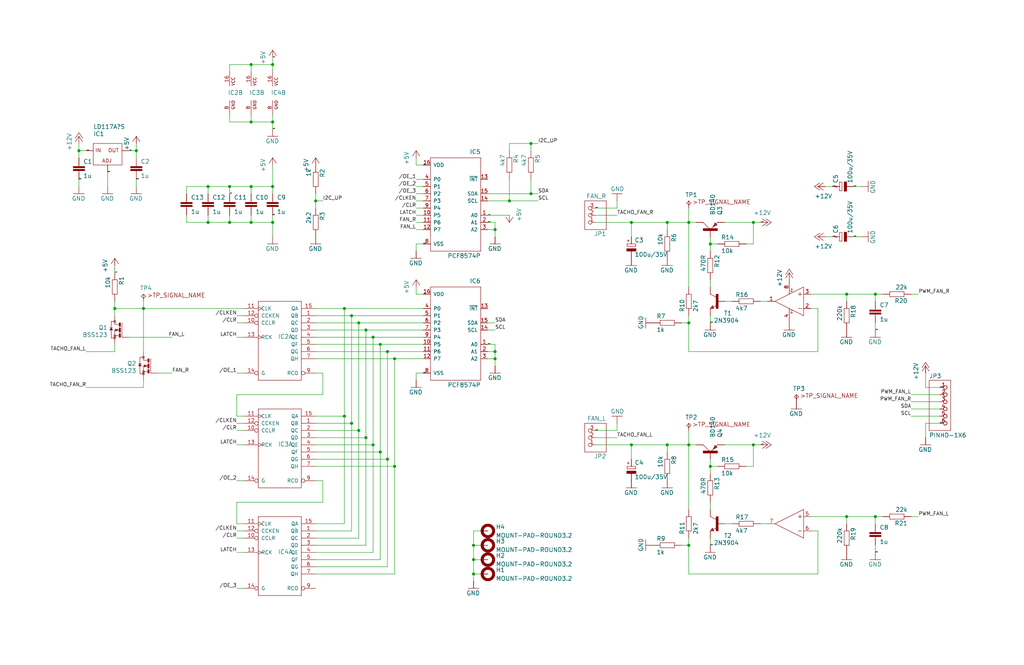
<source format=kicad_sch>
(kicad_sch (version 20230121) (generator eeschema)
  (paper "User" 362.534 235.331)
  (junction (at 129.54 154.94))
  (junction (at 73.66 78.74))
  (junction (at 88.9 43.18))
  (junction (at 299.72 182.88))
  (junction (at 129.54 116.84))
  (junction (at 175.26 124.46))
  (junction (at 40.64 109.22))
  (junction (at 251.46 86.36))
  (junction (at 187.96 68.58))
  (junction (at 243.84 78.74))
  (junction (at 137.16 124.46))
  (junction (at 132.08 157.48))
  (junction (at 243.84 114.3))
  (junction (at 251.46 165.1))
  (junction (at 167.64 198.12))
  (junction (at 299.72 104.14))
  (junction (at 27.94 53.34))
  (junction (at 139.7 165.1))
  (junction (at 96.52 43.18))
  (junction (at 266.7 78.74))
  (junction (at 132.08 119.38))
  (junction (at 96.52 78.74))
  (junction (at 167.64 203.2))
  (junction (at 50.8 109.22))
  (junction (at 236.22 78.74))
  (junction (at 175.26 81.28))
  (junction (at 111.76 71.12))
  (junction (at 243.84 157.48))
  (junction (at 124.46 111.76))
  (junction (at 309.88 104.14))
  (junction (at 243.84 193.04))
  (junction (at 88.9 66.04))
  (junction (at 139.7 127))
  (junction (at 175.26 127))
  (junction (at 96.52 22.86))
  (junction (at 48.26 53.34))
  (junction (at 121.92 109.22))
  (junction (at 88.9 78.74))
  (junction (at 266.7 157.48))
  (junction (at 127 114.3))
  (junction (at 73.66 66.04))
  (junction (at 88.9 22.86))
  (junction (at 134.62 121.92))
  (junction (at 223.52 78.74))
  (junction (at 167.64 193.04))
  (junction (at 309.88 182.88))
  (junction (at 96.52 66.04))
  (junction (at 137.16 162.56))
  (junction (at 127 152.4))
  (junction (at 124.46 149.86))
  (junction (at 187.96 50.8))
  (junction (at 121.92 147.32))
  (junction (at 134.62 160.02))
  (junction (at 180.34 71.12))
  (junction (at 236.22 157.48))
  (junction (at 81.28 78.74))
  (junction (at 81.28 66.04))
  (junction (at 223.52 157.48))
  (wire (pts (xy 236.22 157.48) (xy 223.52 157.48)))
  (wire (pts (xy 170.18 198.12) (xy 167.64 198.12)))
  (wire (pts (xy 251.46 114.3) (xy 251.46 111.76)))
  (wire (pts (xy 81.28 22.86) (xy 81.28 25.4)))
  (wire (pts (xy 322.58 104.14) (xy 325.12 104.14)))
  (wire (pts (xy 287.02 187.96) (xy 289.56 187.96)))
  (wire (pts (xy 111.76 200.66) (xy 137.16 200.66)))
  (wire (pts (xy 327.66 149.86) (xy 327.66 154.94)))
  (wire (pts (xy 149.86 81.28) (xy 147.32 81.28)))
  (wire (pts (xy 332.74 139.7) (xy 322.58 139.7)))
  (wire (pts (xy 111.76 154.94) (xy 129.54 154.94)))
  (wire (pts (xy 96.52 66.04) (xy 96.52 68.58)))
  (wire (pts (xy 139.7 127) (xy 149.86 127)))
  (wire (pts (xy 218.44 152.4) (xy 218.44 149.86)))
  (wire (pts (xy 187.96 63.5) (xy 187.96 68.58)))
  (wire (pts (xy 88.9 68.58) (xy 88.9 66.04)))
  (wire (pts (xy 251.46 167.64) (xy 251.46 165.1)))
  (wire (pts (xy 27.94 63.5) (xy 27.94 66.04)))
  (wire (pts (xy 50.8 109.22) (xy 50.8 124.46)))
  (wire (pts (xy 132.08 157.48) (xy 132.08 119.38)))
  (wire (pts (xy 114.3 139.7) (xy 114.3 132.08)))
  (wire (pts (xy 111.76 121.92) (xy 134.62 121.92)))
  (wire (pts (xy 114.3 132.08) (xy 111.76 132.08)))
  (wire (pts (xy 180.34 50.8) (xy 187.96 50.8)))
  (wire (pts (xy 149.86 63.5) (xy 147.32 63.5)))
  (wire (pts (xy 134.62 198.12) (xy 134.62 160.02)))
  (wire (pts (xy 264.16 165.1) (xy 266.7 165.1)))
  (wire (pts (xy 111.76 170.18) (xy 114.3 170.18)))
  (wire (pts (xy 111.76 198.12) (xy 134.62 198.12)))
  (wire (pts (xy 259.08 185.42) (xy 256.54 185.42)))
  (wire (pts (xy 66.04 66.04) (xy 66.04 68.58)))
  (wire (pts (xy 149.86 68.58) (xy 147.32 68.58)))
  (wire (pts (xy 111.76 162.56) (xy 137.16 162.56)))
  (wire (pts (xy 236.22 78.74) (xy 223.52 78.74)))
  (wire (pts (xy 332.74 137.16) (xy 327.66 137.16)))
  (wire (pts (xy 30.48 137.16) (xy 50.8 137.16)))
  (wire (pts (xy 243.84 157.48) (xy 236.22 157.48)))
  (wire (pts (xy 149.86 124.46) (xy 137.16 124.46)))
  (wire (pts (xy 254 86.36) (xy 251.46 86.36)))
  (wire (pts (xy 127 152.4) (xy 127 114.3)))
  (wire (pts (xy 111.76 68.58) (xy 111.76 71.12)))
  (wire (pts (xy 223.52 157.48) (xy 223.52 162.56)))
  (wire (pts (xy 27.94 53.34) (xy 27.94 50.8)))
  (wire (pts (xy 236.22 81.28) (xy 236.22 78.74)))
  (wire (pts (xy 322.58 182.88) (xy 325.12 182.88)))
  (wire (pts (xy 269.24 157.48) (xy 266.7 157.48)))
  (wire (pts (xy 121.92 185.42) (xy 121.92 147.32)))
  (wire (pts (xy 332.74 142.24) (xy 322.58 142.24)))
  (wire (pts (xy 81.28 66.04) (xy 88.9 66.04)))
  (wire (pts (xy 38.1 60.96) (xy 38.1 66.04)))
  (wire (pts (xy 111.76 160.02) (xy 134.62 160.02)))
  (wire (pts (xy 88.9 22.86) (xy 81.28 22.86)))
  (wire (pts (xy 121.92 147.32) (xy 121.92 109.22)))
  (wire (pts (xy 170.18 187.96) (xy 167.64 187.96)))
  (wire (pts (xy 127 190.5) (xy 127 152.4)))
  (wire (pts (xy 149.86 66.04) (xy 147.32 66.04)))
  (wire (pts (xy 111.76 187.96) (xy 124.46 187.96)))
  (wire (pts (xy 309.88 182.88) (xy 312.42 182.88)))
  (wire (pts (xy 86.36 119.38) (xy 83.82 119.38)))
  (wire (pts (xy 167.64 193.04) (xy 170.18 193.04)))
  (wire (pts (xy 243.84 193.04) (xy 243.84 190.5)))
  (wire (pts (xy 241.3 114.3) (xy 243.84 114.3)))
  (wire (pts (xy 96.52 78.74) (xy 96.52 83.82)))
  (wire (pts (xy 88.9 43.18) (xy 81.28 43.18)))
  (wire (pts (xy 114.3 170.18) (xy 114.3 177.8)))
  (wire (pts (xy 88.9 43.18) (xy 88.9 40.64)))
  (wire (pts (xy 302.26 66.04) (xy 304.8 66.04)))
  (wire (pts (xy 172.72 71.12) (xy 180.34 71.12)))
  (wire (pts (xy 81.28 78.74) (xy 81.28 76.2)))
  (wire (pts (xy 167.64 203.2) (xy 167.64 198.12)))
  (wire (pts (xy 269.24 185.42) (xy 271.78 185.42)))
  (wire (pts (xy 88.9 66.04) (xy 96.52 66.04)))
  (wire (pts (xy 246.38 78.74) (xy 243.84 78.74)))
  (wire (pts (xy 243.84 101.6) (xy 243.84 78.74)))
  (wire (pts (xy 243.84 180.34) (xy 243.84 157.48)))
  (wire (pts (xy 83.82 177.8) (xy 83.82 185.42)))
  (wire (pts (xy 139.7 165.1) (xy 139.7 203.2)))
  (wire (pts (xy 96.52 20.32) (xy 96.52 22.86)))
  (wire (pts (xy 147.32 58.42) (xy 147.32 55.88)))
  (wire (pts (xy 83.82 139.7) (xy 114.3 139.7)))
  (wire (pts (xy 299.72 182.88) (xy 287.02 182.88)))
  (wire (pts (xy 111.76 152.4) (xy 127 152.4)))
  (wire (pts (xy 111.76 149.86) (xy 124.46 149.86)))
  (wire (pts (xy 66.04 78.74) (xy 66.04 76.2)))
  (wire (pts (xy 172.72 121.92) (xy 175.26 121.92)))
  (wire (pts (xy 83.82 147.32) (xy 83.82 139.7)))
  (wire (pts (xy 266.7 86.36) (xy 266.7 78.74)))
  (wire (pts (xy 88.9 78.74) (xy 88.9 76.2)))
  (wire (pts (xy 149.86 71.12) (xy 147.32 71.12)))
  (wire (pts (xy 111.76 185.42) (xy 121.92 185.42)))
  (wire (pts (xy 129.54 116.84) (xy 129.54 154.94)))
  (wire (pts (xy 175.26 78.74) (xy 175.26 81.28)))
  (wire (pts (xy 96.52 43.18) (xy 96.52 40.64)))
  (wire (pts (xy 210.82 73.66) (xy 218.44 73.66)))
  (wire (pts (xy 289.56 109.22) (xy 289.56 124.46)))
  (wire (pts (xy 327.66 137.16) (xy 327.66 132.08)))
  (wire (pts (xy 86.36 152.4) (xy 83.82 152.4)))
  (wire (pts (xy 309.88 195.58) (xy 309.88 193.04)))
  (wire (pts (xy 96.52 76.2) (xy 96.52 78.74)))
  (wire (pts (xy 180.34 71.12) (xy 190.5 71.12)))
  (wire (pts (xy 223.52 78.74) (xy 223.52 83.82)))
  (wire (pts (xy 55.88 132.08) (xy 60.96 132.08)))
  (wire (pts (xy 218.44 73.66) (xy 218.44 71.12)))
  (wire (pts (xy 287.02 109.22) (xy 289.56 109.22)))
  (wire (pts (xy 147.32 86.36) (xy 147.32 88.9)))
  (wire (pts (xy 175.26 81.28) (xy 175.26 83.82)))
  (wire (pts (xy 121.92 109.22) (xy 149.86 109.22)))
  (wire (pts (xy 187.96 50.8) (xy 190.5 50.8)))
  (wire (pts (xy 332.74 149.86) (xy 327.66 149.86)))
  (wire (pts (xy 129.54 116.84) (xy 149.86 116.84)))
  (wire (pts (xy 243.84 124.46) (xy 243.84 114.3)))
  (wire (pts (xy 332.74 147.32) (xy 322.58 147.32)))
  (wire (pts (xy 243.84 78.74) (xy 236.22 78.74)))
  (wire (pts (xy 147.32 104.14) (xy 147.32 101.6)))
  (wire (pts (xy 251.46 101.6) (xy 251.46 99.06)))
  (wire (pts (xy 73.66 66.04) (xy 66.04 66.04)))
  (wire (pts (xy 96.52 78.74) (xy 88.9 78.74)))
  (wire (pts (xy 83.82 185.42) (xy 86.36 185.42)))
  (wire (pts (xy 172.72 81.28) (xy 175.26 81.28)))
  (wire (pts (xy 48.26 53.34) (xy 48.26 50.8)))
  (wire (pts (xy 236.22 160.02) (xy 236.22 157.48)))
  (wire (pts (xy 73.66 68.58) (xy 73.66 66.04)))
  (wire (pts (xy 111.76 165.1) (xy 139.7 165.1)))
  (wire (pts (xy 86.36 114.3) (xy 83.82 114.3)))
  (wire (pts (xy 172.72 116.84) (xy 175.26 116.84)))
  (wire (pts (xy 302.26 83.82) (xy 304.8 83.82)))
  (wire (pts (xy 86.36 149.86) (xy 83.82 149.86)))
  (wire (pts (xy 149.86 114.3) (xy 127 114.3)))
  (wire (pts (xy 40.64 96.52) (xy 40.64 93.98)))
  (wire (pts (xy 299.72 185.42) (xy 299.72 182.88)))
  (wire (pts (xy 111.76 71.12) (xy 111.76 73.66)))
  (wire (pts (xy 266.7 157.48) (xy 256.54 157.48)))
  (wire (pts (xy 167.64 205.74) (xy 167.64 203.2)))
  (wire (pts (xy 294.64 83.82) (xy 292.1 83.82)))
  (wire (pts (xy 243.84 73.66) (xy 243.84 78.74)))
  (wire (pts (xy 124.46 187.96) (xy 124.46 149.86)))
  (wire (pts (xy 137.16 162.56) (xy 137.16 124.46)))
  (wire (pts (xy 175.26 127) (xy 175.26 129.54)))
  (wire (pts (xy 111.76 71.12) (xy 114.3 71.12)))
  (wire (pts (xy 73.66 78.74) (xy 66.04 78.74)))
  (wire (pts (xy 149.86 76.2) (xy 147.32 76.2)))
  (wire (pts (xy 251.46 165.1) (xy 251.46 162.56)))
  (wire (pts (xy 175.26 121.92) (xy 175.26 124.46)))
  (wire (pts (xy 243.84 193.04) (xy 241.3 193.04)))
  (wire (pts (xy 86.36 147.32) (xy 83.82 147.32)))
  (wire (pts (xy 210.82 76.2) (xy 218.44 76.2)))
  (wire (pts (xy 309.88 116.84) (xy 309.88 114.3)))
  (wire (pts (xy 86.36 170.18) (xy 83.82 170.18)))
  (wire (pts (xy 88.9 22.86) (xy 88.9 25.4)))
  (wire (pts (xy 175.26 124.46) (xy 175.26 127)))
  (wire (pts (xy 50.8 109.22) (xy 86.36 109.22)))
  (wire (pts (xy 309.88 104.14) (xy 309.88 106.68)))
  (wire (pts (xy 299.72 104.14) (xy 309.88 104.14)))
  (wire (pts (xy 40.64 124.46) (xy 40.64 121.92)))
  (wire (pts (xy 167.64 198.12) (xy 167.64 193.04)))
  (wire (pts (xy 48.26 55.88) (xy 48.26 53.34)))
  (wire (pts (xy 132.08 119.38) (xy 111.76 119.38)))
  (wire (pts (xy 111.76 147.32) (xy 121.92 147.32)))
  (wire (pts (xy 86.36 111.76) (xy 83.82 111.76)))
  (wire (pts (xy 309.88 104.14) (xy 312.42 104.14)))
  (wire (pts (xy 27.94 55.88) (xy 27.94 53.34)))
  (wire (pts (xy 332.74 144.78) (xy 322.58 144.78)))
  (wire (pts (xy 96.52 22.86) (xy 88.9 22.86)))
  (wire (pts (xy 243.84 111.76) (xy 243.84 114.3)))
  (wire (pts (xy 111.76 193.04) (xy 129.54 193.04)))
  (wire (pts (xy 48.26 63.5) (xy 48.26 66.04)))
  (wire (pts (xy 86.36 195.58) (xy 83.82 195.58)))
  (wire (pts (xy 266.7 165.1) (xy 266.7 157.48)))
  (wire (pts (xy 86.36 187.96) (xy 83.82 187.96)))
  (wire (pts (xy 137.16 124.46) (xy 111.76 124.46)))
  (wire (pts (xy 269.24 106.68) (xy 271.78 106.68)))
  (wire (pts (xy 289.56 203.2) (xy 243.84 203.2)))
  (wire (pts (xy 170.18 203.2) (xy 167.64 203.2)))
  (wire (pts (xy 251.46 86.36) (xy 251.46 83.82)))
  (wire (pts (xy 111.76 157.48) (xy 132.08 157.48)))
  (wire (pts (xy 299.72 106.68) (xy 299.72 104.14)))
  (wire (pts (xy 132.08 195.58) (xy 132.08 157.48)))
  (wire (pts (xy 269.24 78.74) (xy 266.7 78.74)))
  (wire (pts (xy 259.08 106.68) (xy 256.54 106.68)))
  (wire (pts (xy 172.72 114.3) (xy 175.26 114.3)))
  (wire (pts (xy 111.76 116.84) (xy 129.54 116.84)))
  (wire (pts (xy 223.52 157.48) (xy 210.82 157.48)))
  (wire (pts (xy 149.86 58.42) (xy 147.32 58.42)))
  (wire (pts (xy 88.9 78.74) (xy 81.28 78.74)))
  (wire (pts (xy 86.36 157.48) (xy 83.82 157.48)))
  (wire (pts (xy 124.46 149.86) (xy 124.46 111.76)))
  (wire (pts (xy 81.28 78.74) (xy 73.66 78.74)))
  (wire (pts (xy 172.72 68.58) (xy 187.96 68.58)))
  (wire (pts (xy 81.28 66.04) (xy 73.66 66.04)))
  (wire (pts (xy 124.46 111.76) (xy 149.86 111.76)))
  (wire (pts (xy 147.32 132.08) (xy 147.32 134.62)))
  (wire (pts (xy 289.56 187.96) (xy 289.56 203.2)))
  (wire (pts (xy 134.62 121.92) (xy 134.62 160.02)))
  (wire (pts (xy 96.52 58.42) (xy 96.52 66.04)))
  (wire (pts (xy 45.72 53.34) (xy 48.26 53.34)))
  (wire (pts (xy 243.84 152.4) (xy 243.84 157.48)))
  (wire (pts (xy 114.3 177.8) (xy 83.82 177.8)))
  (wire (pts (xy 139.7 203.2) (xy 111.76 203.2)))
  (wire (pts (xy 167.64 187.96) (xy 167.64 193.04)))
  (wire (pts (xy 86.36 190.5) (xy 83.82 190.5)))
  (wire (pts (xy 30.48 53.34) (xy 27.94 53.34)))
  (wire (pts (xy 264.16 86.36) (xy 266.7 86.36)))
  (wire (pts (xy 149.86 73.66) (xy 147.32 73.66)))
  (wire (pts (xy 172.72 76.2) (xy 180.34 76.2)))
  (wire (pts (xy 45.72 119.38) (xy 60.96 119.38)))
  (wire (pts (xy 251.46 193.04) (xy 251.46 190.5)))
  (wire (pts (xy 137.16 200.66) (xy 137.16 162.56)))
  (wire (pts (xy 172.72 124.46) (xy 175.26 124.46)))
  (wire (pts (xy 111.76 195.58) (xy 132.08 195.58)))
  (wire (pts (xy 309.88 182.88) (xy 299.72 182.88)))
  (wire (pts (xy 309.88 182.88) (xy 309.88 185.42)))
  (wire (pts (xy 73.66 78.74) (xy 73.66 76.2)))
  (wire (pts (xy 40.64 106.68) (xy 40.64 109.22)))
  (wire (pts (xy 81.28 68.58) (xy 81.28 66.04)))
  (wire (pts (xy 96.52 45.72) (xy 96.52 43.18)))
  (wire (pts (xy 127 114.3) (xy 111.76 114.3)))
  (wire (pts (xy 294.64 66.04) (xy 292.1 66.04)))
  (wire (pts (xy 139.7 127) (xy 139.7 165.1)))
  (wire (pts (xy 96.52 43.18) (xy 88.9 43.18)))
  (wire (pts (xy 149.86 104.14) (xy 147.32 104.14)))
  (wire (pts (xy 187.96 68.58) (xy 190.5 68.58)))
  (wire (pts (xy 111.76 190.5) (xy 127 190.5)))
  (wire (pts (xy 149.86 132.08) (xy 147.32 132.08)))
  (wire (pts (xy 210.82 152.4) (xy 218.44 152.4)))
  (wire (pts (xy 246.38 157.48) (xy 243.84 157.48)))
  (wire (pts (xy 149.86 119.38) (xy 132.08 119.38)))
  (wire (pts (xy 86.36 132.08) (xy 83.82 132.08)))
  (wire (pts (xy 187.96 50.8) (xy 187.96 53.34)))
  (wire (pts (xy 180.34 63.5) (xy 180.34 71.12)))
  (wire (pts (xy 111.76 111.76) (xy 124.46 111.76)))
  (wire (pts (xy 251.46 88.9) (xy 251.46 86.36)))
  (wire (pts (xy 96.52 22.86) (xy 96.52 25.4)))
  (wire (pts (xy 266.7 78.74) (xy 256.54 78.74)))
  (wire (pts (xy 40.64 109.22) (xy 50.8 109.22)))
  (wire (pts (xy 111.76 127) (xy 139.7 127)))
  (wire (pts (xy 81.28 43.18) (xy 81.28 40.64)))
  (wire (pts (xy 129.54 193.04) (xy 129.54 154.94)))
  (wire (pts (xy 86.36 208.28) (xy 83.82 208.28)))
  (wire (pts (xy 251.46 180.34) (xy 251.46 177.8)))
  (wire (pts (xy 172.72 127) (xy 175.26 127)))
  (wire (pts (xy 50.8 106.68) (xy 50.8 109.22)))
  (wire (pts (xy 149.86 86.36) (xy 147.32 86.36)))
  (wire (pts (xy 287.02 104.14) (xy 299.72 104.14)))
  (wire (pts (xy 40.64 111.76) (xy 40.64 109.22)))
  (wire (pts (xy 50.8 134.62) (xy 50.8 137.16)))
  (wire (pts (xy 30.48 124.46) (xy 40.64 124.46)))
  (wire (pts (xy 218.44 154.94) (xy 210.82 154.94)))
  (wire (pts (xy 243.84 203.2) (xy 243.84 193.04)))
  (wire (pts (xy 134.62 121.92) (xy 149.86 121.92)))
  (wire (pts (xy 111.76 109.22) (xy 121.92 109.22)))
  (wire (pts (xy 180.34 53.34) (xy 180.34 50.8)))
  (wire (pts (xy 289.56 124.46) (xy 243.84 124.46)))
  (wire (pts (xy 254 165.1) (xy 251.46 165.1)))
  (wire (pts (xy 223.52 78.74) (xy 210.82 78.74)))
  (wire (pts (xy 149.86 78.74) (xy 147.32 78.74)))
  (wire (pts (xy 172.72 78.74) (xy 175.26 78.74)))
  (label "GND" (at 170.18 187.96 0) (effects (font (size 0.254 0.254))))
  (label "SDA" (at 175.26 114.3 0))
  (label "SDA" (at 190.5 68.58 0))
  (label "I2C_UP" (at 190.5 50.8 0))
  (label "/OE_2" (at 83.82 170.18 180))
  (label "+5V" (at 172.72 76.2 0) (effects (font (size 0.254 0.254))))
  (label "LATCH" (at 83.82 119.38 180))
  (label "+12V" (at 269.24 78.74 0) (effects (font (size 0.254 0.254))))
  (label "/CLR" (at 147.32 73.66 180))
  (label "GND" (at 172.72 78.74 0) (effects (font (size 0.254 0.254))))
  (label "+12V" (at 30.48 53.34 0) (effects (font (size 0.254 0.254))))
  (label "GND" (at 251.46 114.3 0) (effects (font (size 0.254 0.254))))
  (label "LATCH" (at 83.82 157.48 180))
  (label "I2C_UP" (at 114.3 71.12 0))
  (label "/CLR" (at 83.82 190.5 180))
  (label "FAN_L" (at 147.32 81.28 180))
  (label "+12V" (at 332.74 137.16 0) (effects (font (size 0.254 0.254))))
  (label "/OE_2" (at 147.32 66.04 180))
  (label "/CLR" (at 83.82 114.3 180))
  (label "TACHO_FAN_L" (at 30.48 124.46 180))
  (label "GND" (at 27.94 63.5 0) (effects (font (size 0.254 0.254))))
  (label "GND" (at 251.46 193.04 0) (effects (font (size 0.254 0.254))))
  (label "SCL" (at 175.26 116.84 0))
  (label "+12V" (at 269.24 157.48 0) (effects (font (size 0.254 0.254))))
  (label "GND" (at 149.86 86.36 0) (effects (font (size 0.254 0.254))))
  (label "TACHO_FAN_L" (at 218.44 154.94 0))
  (label "GND" (at 172.72 121.92 0) (effects (font (size 0.254 0.254))))
  (label "GND" (at 309.88 195.58 0) (effects (font (size 0.254 0.254))))
  (label "GND" (at 332.74 149.86 0) (effects (font (size 0.254 0.254))))
  (label "+5V" (at 149.86 58.42 0) (effects (font (size 0.254 0.254))))
  (label "/CLR" (at 83.82 152.4 180))
  (label "LATCH" (at 147.32 76.2 180))
  (label "+5V" (at 96.52 20.32 0) (effects (font (size 0.254 0.254))))
  (label "GND" (at 302.26 83.82 0) (effects (font (size 0.254 0.254))))
  (label "+5V" (at 40.64 96.52 0) (effects (font (size 0.254 0.254))))
  (label "+12V" (at 294.64 66.04 0) (effects (font (size 0.254 0.254))))
  (label "/OE_3" (at 83.82 208.28 180))
  (label "+5V" (at 81.28 68.58 0) (effects (font (size 0.254 0.254))))
  (label "+5V" (at 45.72 53.34 0) (effects (font (size 0.254 0.254))))
  (label "GND" (at 96.52 76.2 0) (effects (font (size 0.254 0.254))))
  (label "GND" (at 309.88 116.84 0) (effects (font (size 0.254 0.254))))
  (label "/CLKEN" (at 83.82 111.76 180))
  (label "GND" (at 149.86 132.08 0) (effects (font (size 0.254 0.254))))
  (label "GND" (at 38.1 60.96 0) (effects (font (size 0.254 0.254))))
  (label "+5V" (at 149.86 104.14 0) (effects (font (size 0.254 0.254))))
  (label "FAN_R" (at 147.32 78.74 180))
  (label "TACHO_FAN_R" (at 218.44 76.2 0))
  (label "FAN_L" (at 59.69 119.38 0))
  (label "SDA" (at 322.58 144.78 180))
  (label "GND" (at 48.26 63.5 0) (effects (font (size 0.254 0.254))))
  (label "/OE_1" (at 147.32 63.5 180))
  (label "SCL" (at 322.58 147.32 180))
  (label "TACHO_FAN_R" (at 30.48 137.16 180))
  (label "+12V" (at 294.64 83.82 0) (effects (font (size 0.254 0.254))))
  (label "GND" (at 96.52 45.72 0) (effects (font (size 0.254 0.254))))
  (label "PWM_FAN_L" (at 325.12 182.88 0))
  (label "GND" (at 210.82 152.4 0) (effects (font (size 0.254 0.254))))
  (label "SCL" (at 190.5 71.12 0))
  (label "PWM_FAN_R" (at 325.12 104.14 0))
  (label "/CLKEN" (at 83.82 187.96 180))
  (label "GND" (at 210.82 73.66 0) (effects (font (size 0.254 0.254))))
  (label "LATCH" (at 83.82 195.58 180))
  (label "PWM_FAN_R" (at 322.58 142.24 180))
  (label "/OE_3" (at 147.32 68.58 180))
  (label "/CLKEN" (at 147.32 71.12 180))
  (label "FAN_R" (at 60.96 132.08 0))
  (label "/CLKEN" (at 83.82 149.86 180))
  (label "GND" (at 302.26 66.04 0) (effects (font (size 0.254 0.254))))
  (label "PWM_FAN_L" (at 322.58 139.7 180))
  (label "/OE_1" (at 83.82 132.08 180))
  (symbol (lib_id "fan_ctrl-eagle-import:GND") (at 218.44 147.32 180) (unit 1)
    (property "Reference" "#GND010" (effects hide))
    (property "Value" "GND" (at 220.98 144.78 0) (effects (font (size 1.4986 1.4986)) (justify left bottom)))
  )
  (symbol (lib_id "fan_ctrl-eagle-import:R-EU_R0805") (at 111.76 63.5 270) (unit 1)
    (property "Reference" "R2" (at 113.2586 59.69 0) (effects (font (size 1.4986 1.4986)) (justify left bottom)))
    (property "Value" "1k" (at 108.458 59.69 0) (effects (font (size 1.4986 1.4986)) (justify left bottom)))
    (property "Footprint" "fan_ctrl:R0805" (effects hide))
  )
  (symbol (lib_id "fan_ctrl-eagle-import:R-EU_R0805") (at 111.76 78.74 270) (unit 1)
    (property "Reference" "R3" (at 113.2586 74.93 0) (effects (font (size 1.4986 1.4986)) (justify left bottom)))
    (property "Value" "2k2" (at 108.458 74.93 0) (effects (font (size 1.4986 1.4986)) (justify left bottom)))
    (property "Footprint" "fan_ctrl:R0805" (effects hide))
  )
  (symbol (lib_id "fan_ctrl-eagle-import:PCF8574P") (at 162.56 116.84 0) (mirror y) (unit 1)
    (property "Reference" "IC6" (at 170.18 100.33 0) (effects (font (size 1.4986 1.4986)) (justify left bottom)))
    (property "Value" "PCF8574P" (at 170.18 137.16 0) (effects (font (size 1.4986 1.4986)) (justify left bottom)))
    (property "Footprint" "fan_ctrl:DIL16" (effects hide))
  )
  (symbol (lib_id "fan_ctrl-eagle-import:R-EU_R0805") (at 236.22 86.36 270) (unit 1)
    (property "Reference" "R6" (at 237.7186 82.55 0) (effects (font (size 1.4986 1.4986)) (justify left bottom)))
    (property "Value" "10k" (at 232.918 82.55 0) (effects (font (size 1.4986 1.4986)) (justify left bottom)))
    (property "Footprint" "fan_ctrl:R0805" (effects hide))
  )
  (symbol (lib_id "fan_ctrl-eagle-import:R-EU_R0805") (at 264.16 106.68 0) (unit 1)
    (property "Reference" "R16" (at 260.35 105.1814 0) (effects (font (size 1.4986 1.4986)) (justify left bottom)))
    (property "Value" "4k7" (at 260.35 109.982 0) (effects (font (size 1.4986 1.4986)) (justify left bottom)))
    (property "Footprint" "fan_ctrl:R0805" (effects hide))
  )
  (symbol (lib_id "fan_ctrl-eagle-import:GND") (at 111.76 86.36 0) (unit 1)
    (property "Reference" "#GND04" (effects hide))
    (property "Value" "GND" (at 109.22 88.9 0) (effects (font (size 1.4986 1.4986)) (justify left bottom)))
  )
  (symbol (lib_id "fan_ctrl-eagle-import:GND") (at 236.22 172.72 0) (unit 1)
    (property "Reference" "#GND016" (effects hide))
    (property "Value" "GND" (at 233.68 175.26 0) (effects (font (size 1.4986 1.4986)) (justify left bottom)))
  )
  (symbol (lib_id "fan_ctrl-eagle-import:R-EU_R0805") (at 299.72 111.76 270) (unit 1)
    (property "Reference" "R18" (at 301.2186 107.95 0) (effects (font (size 1.4986 1.4986)) (justify left bottom)))
    (property "Value" "220k" (at 296.418 107.95 0) (effects (font (size 1.4986 1.4986)) (justify left bottom)))
    (property "Footprint" "fan_ctrl:R0805" (effects hide))
  )
  (symbol (lib_id "fan_ctrl-eagle-import:GND") (at 307.34 83.82 90) (unit 1)
    (property "Reference" "#GND024" (effects hide))
    (property "Value" "GND" (at 309.88 86.36 0) (effects (font (size 1.4986 1.4986)) (justify left bottom)))
  )
  (symbol (lib_id "fan_ctrl-eagle-import:GND") (at 251.46 195.58 0) (unit 1)
    (property "Reference" "#GND018" (effects hide))
    (property "Value" "GND" (at 248.92 198.12 0) (effects (font (size 1.4986 1.4986)) (justify left bottom)))
  )
  (symbol (lib_id "fan_ctrl-eagle-import:+12V") (at 327.66 129.54 0) (unit 1)
    (property "Reference" "#P+013" (effects hide))
    (property "Value" "+12V" (at 325.12 134.62 90) (effects (font (size 1.4986 1.4986)) (justify left bottom)))
  )
  (symbol (lib_id "fan_ctrl-eagle-import:GND") (at 48.26 68.58 0) (unit 1)
    (property "Reference" "#GND03" (effects hide))
    (property "Value" "GND" (at 45.72 71.12 0) (effects (font (size 1.4986 1.4986)) (justify left bottom)))
  )
  (symbol (lib_id "fan_ctrl-eagle-import:R-EU_R0805") (at 251.46 93.98 270) (unit 1)
    (property "Reference" "R12" (at 252.9586 90.17 0) (effects (font (size 1.4986 1.4986)) (justify left bottom)))
    (property "Value" "470R" (at 248.158 90.17 0) (effects (font (size 1.4986 1.4986)) (justify left bottom)))
    (property "Footprint" "fan_ctrl:R0805" (effects hide))
  )
  (symbol (lib_id "fan_ctrl-eagle-import:BD140") (at 251.46 160.02 270) (mirror x) (unit 1)
    (property "Reference" "Q4" (at 254 154.94 0) (effects (font (size 1.4986 1.4986)) (justify left bottom)))
    (property "Value" "BD140" (at 251.46 154.94 0) (effects (font (size 1.4986 1.4986)) (justify left bottom)))
    (property "Footprint" "fan_ctrl:TO126AV" (effects hide))
  )
  (symbol (lib_id "fan_ctrl-eagle-import:BSS123") (at 40.64 116.84 0) (mirror y) (unit 1)
    (property "Reference" "Q1" (at 38.1 116.84 0) (effects (font (size 1.4986 1.4986)) (justify left bottom)))
    (property "Value" "BSS123" (at 38.1 119.38 0) (effects (font (size 1.4986 1.4986)) (justify left bottom)))
    (property "Footprint" "fan_ctrl:SOT23" (effects hide))
  )
  (symbol (lib_id "fan_ctrl-eagle-import:LD117A?S") (at 38.1 53.34 0) (unit 1)
    (property "Reference" "IC1" (at 33.02 48.26 0) (effects (font (size 1.4986 1.4986)) (justify left bottom)))
    (property "Value" "LD117A?S" (at 33.02 45.72 0) (effects (font (size 1.4986 1.4986)) (justify left bottom)))
    (property "Footprint" "fan_ctrl:SOT223" (effects hide))
  )
  (symbol (lib_id "fan_ctrl-eagle-import:R-EU_R0805") (at 264.16 185.42 0) (unit 1)
    (property "Reference" "R17" (at 260.35 183.9214 0) (effects (font (size 1.4986 1.4986)) (justify left bottom)))
    (property "Value" "4k7" (at 260.35 188.722 0) (effects (font (size 1.4986 1.4986)) (justify left bottom)))
    (property "Footprint" "fan_ctrl:R0805" (effects hide))
  )
  (symbol (lib_id "fan_ctrl-eagle-import:R-EU_R0805") (at 236.22 165.1 270) (unit 1)
    (property "Reference" "R8" (at 237.7186 161.29 0) (effects (font (size 1.4986 1.4986)) (justify left bottom)))
    (property "Value" "10k" (at 232.918 161.29 0) (effects (font (size 1.4986 1.4986)) (justify left bottom)))
    (property "Footprint" "fan_ctrl:R0805" (effects hide))
  )
  (symbol (lib_id "fan_ctrl-eagle-import:LM358N") (at 279.4 185.42 0) (mirror y) (unit 2)
    (property "Reference" "IC7" (effects hide))
    (property "Value" "LM358N" (effects hide))
    (property "Footprint" "fan_ctrl:DIL08" (effects hide))
  )
  (symbol (lib_id "fan_ctrl-eagle-import:LM358N") (at 279.4 106.68 0) (unit 3)
    (property "Reference" "IC7" (effects hide))
    (property "Value" "LM358N" (effects hide))
    (property "Footprint" "fan_ctrl:DIL08" (effects hide))
  )
  (symbol (lib_id "fan_ctrl-eagle-import:LM358N") (at 279.4 106.68 0) (mirror y) (unit 1)
    (property "Reference" "IC7" (effects hide))
    (property "Value" "LM358N" (effects hide))
    (property "Footprint" "fan_ctrl:DIL08" (effects hide))
  )
  (symbol (lib_id "fan_ctrl-eagle-import:R-EU_R0805") (at 180.34 58.42 270) (unit 1)
    (property "Reference" "R4" (at 181.8386 54.61 0) (effects (font (size 1.4986 1.4986)) (justify left bottom)))
    (property "Value" "4k7" (at 177.038 54.61 0) (effects (font (size 1.4986 1.4986)) (justify left bottom)))
    (property "Footprint" "fan_ctrl:R0805" (effects hide))
  )
  (symbol (lib_id "fan_ctrl-eagle-import:GND") (at 309.88 198.12 0) (unit 1)
    (property "Reference" "#GND026" (effects hide))
    (property "Value" "GND" (at 307.34 200.66 0) (effects (font (size 1.4986 1.4986)) (justify left bottom)))
  )
  (symbol (lib_id "fan_ctrl-eagle-import:R-EU_R0805") (at 243.84 106.68 90) (unit 1)
    (property "Reference" "R10" (at 242.3414 110.49 0) (effects (font (size 1.4986 1.4986)) (justify left bottom)))
    (property "Value" "2k7" (at 247.142 110.49 0) (effects (font (size 1.4986 1.4986)) (justify left bottom)))
    (property "Footprint" "fan_ctrl:R0805" (effects hide))
  )
  (symbol (lib_id "fan_ctrl-eagle-import:+5V") (at 111.76 55.88 0) (unit 1)
    (property "Reference" "#P+04" (effects hide))
    (property "Value" "+5V" (at 109.22 60.96 90) (effects (font (size 1.4986 1.4986)) (justify left bottom)))
  )
  (symbol (lib_id "fan_ctrl-eagle-import:R-EU_R0805") (at 187.96 58.42 270) (unit 1)
    (property "Reference" "R5" (at 189.4586 54.61 0) (effects (font (size 1.4986 1.4986)) (justify left bottom)))
    (property "Value" "4k7" (at 184.658 54.61 0) (effects (font (size 1.4986 1.4986)) (justify left bottom)))
    (property "Footprint" "fan_ctrl:R0805" (effects hide))
  )
  (symbol (lib_id "fan_ctrl-eagle-import:GND") (at 38.1 68.58 0) (unit 1)
    (property "Reference" "#GND02" (effects hide))
    (property "Value" "GND" (at 35.56 71.12 0) (effects (font (size 1.4986 1.4986)) (justify left bottom)))
  )
  (symbol (lib_id "fan_ctrl-eagle-import:+5V") (at 48.26 48.26 0) (unit 1)
    (property "Reference" "#P+03" (effects hide))
    (property "Value" "+5V" (at 45.72 53.34 90) (effects (font (size 1.4986 1.4986)) (justify left bottom)))
  )
  (symbol (lib_id "fan_ctrl-eagle-import:C-EUC0805") (at 73.66 71.12 0) (unit 1)
    (property "Reference" "C12" (at 75.184 70.739 0) (effects (font (size 1.4986 1.4986)) (justify left bottom)))
    (property "Value" "1u" (at 75.184 75.819 0) (effects (font (size 1.4986 1.4986)) (justify left bottom)))
    (property "Footprint" "fan_ctrl:C0805" (effects hide))
  )
  (symbol (lib_id "fan_ctrl-eagle-import:+5V") (at 147.32 99.06 0) (unit 1)
    (property "Reference" "#P+06" (effects hide))
    (property "Value" "+5V" (at 144.78 104.14 90) (effects (font (size 1.4986 1.4986)) (justify left bottom)))
  )
  (symbol (lib_id "fan_ctrl-eagle-import:+12V") (at 289.56 66.04 90) (unit 1)
    (property "Reference" "#P+011" (effects hide))
    (property "Value" "+12V" (at 294.64 68.58 90) (effects (font (size 1.4986 1.4986)) (justify left bottom)))
  )
  (symbol (lib_id "fan_ctrl-eagle-import:CPOL-EUE3.5-8") (at 223.52 165.1 0) (unit 1)
    (property "Reference" "C4" (at 224.663 164.6174 0) (effects (font (size 1.4986 1.4986)) (justify left bottom)))
    (property "Value" "100u/35V" (at 224.663 169.6974 0) (effects (font (size 1.4986 1.4986)) (justify left bottom)))
    (property "Footprint" "fan_ctrl:E3,5-8" (effects hide))
  )
  (symbol (lib_id "fan_ctrl-eagle-import:PINHD-1X3") (at 208.28 154.94 180) (unit 1)
    (property "Reference" "JP2" (at 214.63 160.655 0) (effects (font (size 1.4986 1.4986)) (justify left bottom)))
    (property "Value" "FAN_L" (at 214.63 147.32 0) (effects (font (size 1.4986 1.4986)) (justify left bottom)))
    (property "Footprint" "fan_ctrl:1X03" (effects hide))
  )
  (symbol (lib_id "fan_ctrl-eagle-import:GND") (at 223.52 93.98 0) (unit 1)
    (property "Reference" "#GND011" (effects hide))
    (property "Value" "GND" (at 220.98 96.52 0) (effects (font (size 1.4986 1.4986)) (justify left bottom)))
  )
  (symbol (lib_id "fan_ctrl-eagle-import:+5V") (at 147.32 53.34 0) (unit 1)
    (property "Reference" "#P+05" (effects hide))
    (property "Value" "+5V" (at 144.78 58.42 90) (effects (font (size 1.4986 1.4986)) (justify left bottom)))
  )
  (symbol (lib_id "fan_ctrl-eagle-import:R-EU_R0805") (at 259.08 86.36 0) (unit 1)
    (property "Reference" "R14" (at 255.27 84.8614 0) (effects (font (size 1.4986 1.4986)) (justify left bottom)))
    (property "Value" "10k" (at 255.27 89.662 0) (effects (font (size 1.4986 1.4986)) (justify left bottom)))
    (property "Footprint" "fan_ctrl:R0805" (effects hide))
  )
  (symbol (lib_id "fan_ctrl-eagle-import:TPB2,54") (at 243.84 149.86 0) (unit 1)
    (property "Reference" "TP2" (at 242.57 148.59 0) (effects (font (size 1.4986 1.4986)) (justify left bottom)))
    (property "Value" "TPB2,54" (effects hide))
    (property "Footprint" "fan_ctrl:B2,54" (effects hide))
  )
  (symbol (lib_id "fan_ctrl-eagle-import:R-EU_R0805") (at 299.72 190.5 270) (unit 1)
    (property "Reference" "R19" (at 301.2186 186.69 0) (effects (font (size 1.4986 1.4986)) (justify left bottom)))
    (property "Value" "220k" (at 296.418 186.69 0) (effects (font (size 1.4986 1.4986)) (justify left bottom)))
    (property "Footprint" "fan_ctrl:R0805" (effects hide))
  )
  (symbol (lib_id "fan_ctrl-eagle-import:GND") (at 147.32 91.44 0) (unit 1)
    (property "Reference" "#GND05" (effects hide))
    (property "Value" "GND" (at 144.78 93.98 0) (effects (font (size 1.4986 1.4986)) (justify left bottom)))
  )
  (symbol (lib_id "fan_ctrl-eagle-import:MOUNT-PAD-ROUND3.2") (at 172.72 198.12 0) (unit 1)
    (property "Reference" "H2" (at 175.514 197.5358 0) (effects (font (size 1.4986 1.4986)) (justify left bottom)))
    (property "Value" "MOUNT-PAD-ROUND3.2" (at 175.514 200.5838 0) (effects (font (size 1.4986 1.4986)) (justify left bottom)))
    (property "Footprint" "fan_ctrl:3,2-PAD" (effects hide))
  )
  (symbol (lib_id "fan_ctrl-eagle-import:C-EUC0805") (at 81.28 71.12 0) (unit 1)
    (property "Reference" "C11" (at 82.804 70.739 0) (effects (font (size 1.4986 1.4986)) (justify left bottom)))
    (property "Value" "1u" (at 82.804 75.819 0) (effects (font (size 1.4986 1.4986)) (justify left bottom)))
    (property "Footprint" "fan_ctrl:C0805" (effects hide))
  )
  (symbol (lib_id "fan_ctrl-eagle-import:R-EU_R0805") (at 40.64 101.6 270) (unit 1)
    (property "Reference" "R1" (at 42.1386 97.79 0) (effects (font (size 1.4986 1.4986)) (justify left bottom)))
    (property "Value" "10k" (at 37.338 97.79 0) (effects (font (size 1.4986 1.4986)) (justify left bottom)))
    (property "Footprint" "fan_ctrl:R0805" (effects hide))
  )
  (symbol (lib_id "fan_ctrl-eagle-import:C-EUC0805") (at 66.04 71.12 0) (unit 1)
    (property "Reference" "C13" (at 67.564 70.739 0) (effects (font (size 1.4986 1.4986)) (justify left bottom)))
    (property "Value" "1u" (at 67.564 75.819 0) (effects (font (size 1.4986 1.4986)) (justify left bottom)))
    (property "Footprint" "fan_ctrl:C0805" (effects hide))
  )
  (symbol (lib_id "fan_ctrl-eagle-import:+12V") (at 27.94 48.26 0) (unit 1)
    (property "Reference" "#P+02" (effects hide))
    (property "Value" "+12V" (at 25.4 53.34 90) (effects (font (size 1.4986 1.4986)) (justify left bottom)))
  )
  (symbol (lib_id "fan_ctrl-eagle-import:C-EUC0805") (at 88.9 71.12 0) (unit 1)
    (property "Reference" "C10" (at 90.424 70.739 0) (effects (font (size 1.4986 1.4986)) (justify left bottom)))
    (property "Value" "1u" (at 90.424 75.819 0) (effects (font (size 1.4986 1.4986)) (justify left bottom)))
    (property "Footprint" "fan_ctrl:C0805" (effects hide))
  )
  (symbol (lib_id "fan_ctrl-eagle-import:CPOL-EUE3.5-8") (at 297.18 66.04 90) (unit 1)
    (property "Reference" "C5" (at 296.6974 64.897 0) (effects (font (size 1.4986 1.4986)) (justify left bottom)))
    (property "Value" "100u/35V" (at 301.7774 64.897 0) (effects (font (size 1.4986 1.4986)) (justify left bottom)))
    (property "Footprint" "fan_ctrl:E3,5-8" (effects hide))
  )
  (symbol (lib_id "fan_ctrl-eagle-import:+12V") (at 279.4 96.52 0) (unit 1)
    (property "Reference" "#P+010" (effects hide))
    (property "Value" "+12V" (at 276.86 101.6 90) (effects (font (size 1.4986 1.4986)) (justify left bottom)))
  )
  (symbol (lib_id "fan_ctrl-eagle-import:+5V") (at 40.64 91.44 0) (unit 1)
    (property "Reference" "#P+01" (effects hide))
    (property "Value" "+5V" (at 38.1 96.52 90) (effects (font (size 1.4986 1.4986)) (justify left bottom)))
  )
  (symbol (lib_id "fan_ctrl-eagle-import:R-EU_R0805") (at 236.22 114.3 0) (unit 1)
    (property "Reference" "R7" (at 232.41 112.8014 0) (effects (font (size 1.4986 1.4986)) (justify left bottom)))
    (property "Value" "1k" (at 232.41 117.602 0) (effects (font (size 1.4986 1.4986)) (justify left bottom)))
    (property "Footprint" "fan_ctrl:R0805" (effects hide))
  )
  (symbol (lib_id "fan_ctrl-eagle-import:GND") (at 236.22 93.98 0) (unit 1)
    (property "Reference" "#GND015" (effects hide))
    (property "Value" "GND" (at 233.68 96.52 0) (effects (font (size 1.4986 1.4986)) (justify left bottom)))
  )
  (symbol (lib_id "fan_ctrl-eagle-import:-NPN-TO92-EBC") (at 254 185.42 0) (mirror y) (unit 1)
    (property "Reference" "T2" (at 259.08 190.5 0) (effects (font (size 1.4986 1.4986)) (justify left bottom)))
    (property "Value" "2N3904" (at 261.62 193.04 0) (effects (font (size 1.4986 1.4986)) (justify left bottom)))
    (property "Footprint" "fan_ctrl:TO92-EBC" (effects hide))
  )
  (symbol (lib_id "fan_ctrl-eagle-import:PINHD-1X6") (at 335.28 144.78 0) (unit 1)
    (property "Reference" "JP3" (at 328.93 133.985 0) (effects (font (size 1.4986 1.4986)) (justify left bottom)))
    (property "Value" "PINHD-1X6" (at 328.93 154.94 0) (effects (font (size 1.4986 1.4986)) (justify left bottom)))
    (property "Footprint" "fan_ctrl:1X06" (effects hide))
  )
  (symbol (lib_id "fan_ctrl-eagle-import:+5V") (at 96.52 17.78 0) (unit 1)
    (property "Reference" "#P+015" (effects hide))
    (property "Value" "+5V" (at 93.98 22.86 90) (effects (font (size 1.4986 1.4986)) (justify left bottom)))
  )
  (symbol (lib_id "fan_ctrl-eagle-import:GND") (at 228.6 114.3 270) (unit 1)
    (property "Reference" "#GND013" (effects hide))
    (property "Value" "GND" (at 226.06 111.76 0) (effects (font (size 1.4986 1.4986)) (justify left bottom)))
  )
  (symbol (lib_id "fan_ctrl-eagle-import:GND") (at 223.52 172.72 0) (unit 1)
    (property "Reference" "#GND012" (effects hide))
    (property "Value" "GND" (at 220.98 175.26 0) (effects (font (size 1.4986 1.4986)) (justify left bottom)))
  )
  (symbol (lib_id "fan_ctrl-eagle-import:GND") (at 27.94 68.58 0) (unit 1)
    (property "Reference" "#GND01" (effects hide))
    (property "Value" "GND" (at 25.4 71.12 0) (effects (font (size 1.4986 1.4986)) (justify left bottom)))
  )
  (symbol (lib_id "fan_ctrl-eagle-import:R-EU_R0805") (at 251.46 172.72 270) (unit 1)
    (property "Reference" "R13" (at 252.9586 168.91 0) (effects (font (size 1.4986 1.4986)) (justify left bottom)))
    (property "Value" "470R" (at 248.158 168.91 0) (effects (font (size 1.4986 1.4986)) (justify left bottom)))
    (property "Footprint" "fan_ctrl:R0805" (effects hide))
  )
  (symbol (lib_id "fan_ctrl-eagle-import:MOUNT-PAD-ROUND3.2") (at 172.72 203.2 0) (unit 1)
    (property "Reference" "H1" (at 175.514 202.6158 0) (effects (font (size 1.4986 1.4986)) (justify left bottom)))
    (property "Value" "MOUNT-PAD-ROUND3.2" (at 175.514 205.6638 0) (effects (font (size 1.4986 1.4986)) (justify left bottom)))
    (property "Footprint" "fan_ctrl:3,2-PAD" (effects hide))
  )
  (symbol (lib_id "fan_ctrl-eagle-import:BD140") (at 251.46 81.28 270) (mirror x) (unit 1)
    (property "Reference" "Q3" (at 254 76.2 0) (effects (font (size 1.4986 1.4986)) (justify left bottom)))
    (property "Value" "BD140" (at 251.46 76.2 0) (effects (font (size 1.4986 1.4986)) (justify left bottom)))
    (property "Footprint" "fan_ctrl:TO126AV" (effects hide))
  )
  (symbol (lib_id "fan_ctrl-eagle-import:R-EU_R0805") (at 236.22 193.04 0) (unit 1)
    (property "Reference" "R9" (at 232.41 191.5414 0) (effects (font (size 1.4986 1.4986)) (justify left bottom)))
    (property "Value" "1k" (at 232.41 196.342 0) (effects (font (size 1.4986 1.4986)) (justify left bottom)))
    (property "Footprint" "fan_ctrl:R0805" (effects hide))
  )
  (symbol (lib_id "fan_ctrl-eagle-import:GND") (at 299.72 198.12 0) (unit 1)
    (property "Reference" "#GND022" (effects hide))
    (property "Value" "GND" (at 297.18 200.66 0) (effects (font (size 1.4986 1.4986)) (justify left bottom)))
  )
  (symbol (lib_id "fan_ctrl-eagle-import:GND") (at 167.64 208.28 0) (unit 1)
    (property "Reference" "#GND030" (effects hide))
    (property "Value" "GND" (at 165.1 210.82 0) (effects (font (size 1.4986 1.4986)) (justify left bottom)))
  )
  (symbol (lib_id "fan_ctrl-eagle-import:R-EU_R0805") (at 317.5 104.14 180) (unit 1)
    (property "Reference" "R20" (at 321.31 105.6386 0) (effects (font (size 1.4986 1.4986)) (justify left bottom)))
    (property "Value" "22k" (at 321.31 100.838 0) (effects (font (size 1.4986 1.4986)) (justify left bottom)))
    (property "Footprint" "fan_ctrl:R0805" (effects hide))
  )
  (symbol (lib_id "fan_ctrl-eagle-import:C-EUC0805") (at 27.94 58.42 0) (unit 1)
    (property "Reference" "C1" (at 29.464 58.039 0) (effects (font (size 1.4986 1.4986)) (justify left bottom)))
    (property "Value" "1u" (at 29.464 63.119 0) (effects (font (size 1.4986 1.4986)) (justify left bottom)))
    (property "Footprint" "fan_ctrl:C0805" (effects hide))
  )
  (symbol (lib_id "fan_ctrl-eagle-import:C-EUC0805") (at 309.88 187.96 0) (unit 1)
    (property "Reference" "C8" (at 311.404 187.579 0) (effects (font (size 1.4986 1.4986)) (justify left bottom)))
    (property "Value" "1u" (at 311.404 192.659 0) (effects (font (size 1.4986 1.4986)) (justify left bottom)))
    (property "Footprint" "fan_ctrl:C0805" (effects hide))
  )
  (symbol (lib_id "fan_ctrl-eagle-import:GND") (at 96.52 48.26 0) (unit 1)
    (property "Reference" "#GND029" (effects hide))
    (property "Value" "GND" (at 93.98 50.8 0) (effects (font (size 1.4986 1.4986)) (justify left bottom)))
  )
  (symbol (lib_id "fan_ctrl-eagle-import:74590N") (at 88.9 33.02 0) (unit 2)
    (property "Reference" "IC3" (at 88.265 33.655 0) (effects (font (size 1.4986 1.4986)) (justify left bottom)))
    (property "Value" "74590N" (effects hide))
    (property "Footprint" "fan_ctrl:DIL16" (effects hide))
  )
  (symbol (lib_id "fan_ctrl-eagle-import:74590N") (at 99.06 157.48 0) (unit 1)
    (property "Reference" "IC3" (at 98.425 158.115 0) (effects (font (size 1.4986 1.4986)) (justify left bottom)))
    (property "Value" "74590N" (effects hide))
    (property "Footprint" "fan_ctrl:DIL16" (effects hide))
  )
  (symbol (lib_id "fan_ctrl-eagle-import:GND") (at 228.6 193.04 270) (unit 1)
    (property "Reference" "#GND014" (effects hide))
    (property "Value" "GND" (at 226.06 190.5 0) (effects (font (size 1.4986 1.4986)) (justify left bottom)))
  )
  (symbol (lib_id "fan_ctrl-eagle-import:74590N") (at 99.06 119.38 0) (unit 1)
    (property "Reference" "IC2" (at 98.425 120.015 0) (effects (font (size 1.4986 1.4986)) (justify left bottom)))
    (property "Value" "74590N" (effects hide))
    (property "Footprint" "fan_ctrl:DIL16" (effects hide))
  )
  (symbol (lib_id "fan_ctrl-eagle-import:74590N") (at 81.28 33.02 0) (unit 2)
    (property "Reference" "IC2" (at 80.645 33.655 0) (effects (font (size 1.4986 1.4986)) (justify left bottom)))
    (property "Value" "74590N" (effects hide))
    (property "Footprint" "fan_ctrl:DIL16" (effects hide))
  )
  (symbol (lib_id "fan_ctrl-eagle-import:+12V") (at 289.56 83.82 90) (unit 1)
    (property "Reference" "#P+012" (effects hide))
    (property "Value" "+12V" (at 294.64 86.36 90) (effects (font (size 1.4986 1.4986)) (justify left bottom)))
  )
  (symbol (lib_id "fan_ctrl-eagle-import:R-EU_R0805") (at 317.5 182.88 180) (unit 1)
    (property "Reference" "R21" (at 321.31 184.3786 0) (effects (font (size 1.4986 1.4986)) (justify left bottom)))
    (property "Value" "22k" (at 321.31 179.578 0) (effects (font (size 1.4986 1.4986)) (justify left bottom)))
    (property "Footprint" "fan_ctrl:R0805" (effects hide))
  )
  (symbol (lib_id "fan_ctrl-eagle-import:GND") (at 175.26 86.36 0) (unit 1)
    (property "Reference" "#GND07" (effects hide))
    (property "Value" "GND" (at 172.72 88.9 0) (effects (font (size 1.4986 1.4986)) (justify left bottom)))
  )
  (symbol (lib_id "fan_ctrl-eagle-import:C-EUC0805") (at 48.26 58.42 0) (unit 1)
    (property "Reference" "C2" (at 49.784 58.039 0) (effects (font (size 1.4986 1.4986)) (justify left bottom)))
    (property "Value" "1u" (at 49.784 63.119 0) (effects (font (size 1.4986 1.4986)) (justify left bottom)))
    (property "Footprint" "fan_ctrl:C0805" (effects hide))
  )
  (symbol (lib_id "fan_ctrl-eagle-import:+5V") (at 96.52 55.88 0) (unit 1)
    (property "Reference" "#P+014" (effects hide))
    (property "Value" "+5V" (at 93.98 60.96 90) (effects (font (size 1.4986 1.4986)) (justify left bottom)))
  )
  (symbol (lib_id "fan_ctrl-eagle-import:CPOL-EUE3.5-8") (at 223.52 86.36 0) (unit 1)
    (property "Reference" "C3" (at 224.663 85.8774 0) (effects (font (size 1.4986 1.4986)) (justify left bottom)))
    (property "Value" "100u/35V" (at 224.663 90.9574 0) (effects (font (size 1.4986 1.4986)) (justify left bottom)))
    (property "Footprint" "fan_ctrl:E3,5-8" (effects hide))
  )
  (symbol (lib_id "fan_ctrl-eagle-import:C-EUC0805") (at 309.88 109.22 0) (unit 1)
    (property "Reference" "C7" (at 311.404 108.839 0) (effects (font (size 1.4986 1.4986)) (justify left bottom)))
    (property "Value" "1u" (at 311.404 113.919 0) (effects (font (size 1.4986 1.4986)) (justify left bottom)))
    (property "Footprint" "fan_ctrl:C0805" (effects hide))
  )
  (symbol (lib_id "fan_ctrl-eagle-import:CPOL-EUE3.5-8") (at 297.18 83.82 90) (unit 1)
    (property "Reference" "C6" (at 296.6974 82.677 0) (effects (font (size 1.4986 1.4986)) (justify left bottom)))
    (property "Value" "100u/35V" (at 301.7774 82.677 0) (effects (font (size 1.4986 1.4986)) (justify left bottom)))
    (property "Footprint" "fan_ctrl:E3,5-8" (effects hide))
  )
  (symbol (lib_id "fan_ctrl-eagle-import:R-EU_R0805") (at 243.84 185.42 90) (unit 1)
    (property "Reference" "R11" (at 242.3414 189.23 0) (effects (font (size 1.4986 1.4986)) (justify left bottom)))
    (property "Value" "2k7" (at 247.142 189.23 0) (effects (font (size 1.4986 1.4986)) (justify left bottom)))
    (property "Footprint" "fan_ctrl:R0805" (effects hide))
  )
  (symbol (lib_id "fan_ctrl-eagle-import:GND") (at 251.46 116.84 0) (unit 1)
    (property "Reference" "#GND017" (effects hide))
    (property "Value" "GND" (at 248.92 119.38 0) (effects (font (size 1.4986 1.4986)) (justify left bottom)))
  )
  (symbol (lib_id "fan_ctrl-eagle-import:GND") (at 307.34 66.04 90) (unit 1)
    (property "Reference" "#GND023" (effects hide))
    (property "Value" "GND" (at 309.88 68.58 0) (effects (font (size 1.4986 1.4986)) (justify left bottom)))
  )
  (symbol (lib_id "fan_ctrl-eagle-import:GND") (at 96.52 86.36 0) (unit 1)
    (property "Reference" "#GND028" (effects hide))
    (property "Value" "GND" (at 93.98 88.9 0) (effects (font (size 1.4986 1.4986)) (justify left bottom)))
  )
  (symbol (lib_id "fan_ctrl-eagle-import:+12V") (at 271.78 157.48 270) (unit 1)
    (property "Reference" "#P+09" (effects hide))
    (property "Value" "+12V" (at 266.7 154.94 90) (effects (font (size 1.4986 1.4986)) (justify left bottom)))
  )
  (symbol (lib_id "fan_ctrl-eagle-import:MOUNT-PAD-ROUND3.2") (at 172.72 193.04 0) (unit 1)
    (property "Reference" "H3" (at 175.514 192.4558 0) (effects (font (size 1.4986 1.4986)) (justify left bottom)))
    (property "Value" "MOUNT-PAD-ROUND3.2" (at 175.514 195.5038 0) (effects (font (size 1.4986 1.4986)) (justify left bottom)))
    (property "Footprint" "fan_ctrl:3,2-PAD" (effects hide))
  )
  (symbol (lib_id "fan_ctrl-eagle-import:GND") (at 175.26 132.08 0) (unit 1)
    (property "Reference" "#GND08" (effects hide))
    (property "Value" "GND" (at 172.72 134.62 0) (effects (font (size 1.4986 1.4986)) (justify left bottom)))
  )
  (symbol (lib_id "fan_ctrl-eagle-import:+12V") (at 271.78 78.74 270) (unit 1)
    (property "Reference" "#P+08" (effects hide))
    (property "Value" "+12V" (at 266.7 76.2 90) (effects (font (size 1.4986 1.4986)) (justify left bottom)))
  )
  (symbol (lib_id "fan_ctrl-eagle-import:GND") (at 281.94 144.78 0) (unit 1)
    (property "Reference" "#GND020" (effects hide))
    (property "Value" "GND" (at 279.4 147.32 0) (effects (font (size 1.4986 1.4986)) (justify left bottom)))
  )
  (symbol (lib_id "fan_ctrl-eagle-import:MOUNT-PAD-ROUND3.2") (at 172.72 187.96 0) (unit 1)
    (property "Reference" "H4" (at 175.514 187.3758 0) (effects (font (size 1.4986 1.4986)) (justify left bottom)))
    (property "Value" "MOUNT-PAD-ROUND3.2" (at 175.514 190.4238 0) (effects (font (size 1.4986 1.4986)) (justify left bottom)))
    (property "Footprint" "fan_ctrl:3,2-PAD" (effects hide))
  )
  (symbol (lib_id "fan_ctrl-eagle-import:PCF8574P") (at 162.56 71.12 0) (mirror y) (unit 1)
    (property "Reference" "IC5" (at 170.18 54.61 0) (effects (font (size 1.4986 1.4986)) (justify left bottom)))
    (property "Value" "PCF8574P" (at 170.18 91.44 0) (effects (font (size 1.4986 1.4986)) (justify left bottom)))
    (property "Footprint" "fan_ctrl:DIL16" (effects hide))
  )
  (symbol (lib_id "fan_ctrl-eagle-import:R-EU_R0805") (at 259.08 165.1 0) (unit 1)
    (property "Reference" "R15" (at 255.27 163.6014 0) (effects (font (size 1.4986 1.4986)) (justify left bottom)))
    (property "Value" "10k" (at 255.27 168.402 0) (effects (font (size 1.4986 1.4986)) (justify left bottom)))
    (property "Footprint" "fan_ctrl:R0805" (effects hide))
  )
  (symbol (lib_id "fan_ctrl-eagle-import:TPB2,54") (at 50.8 104.14 0) (unit 1)
    (property "Reference" "TP4" (at 49.53 102.87 0) (effects (font (size 1.4986 1.4986)) (justify left bottom)))
    (property "Value" "TPB2,54" (effects hide))
    (property "Footprint" "fan_ctrl:B2,54" (effects hide))
  )
  (symbol (lib_id "fan_ctrl-eagle-import:GND") (at 309.88 119.38 0) (unit 1)
    (property "Reference" "#GND025" (effects hide))
    (property "Value" "GND" (at 307.34 121.92 0) (effects (font (size 1.4986 1.4986)) (justify left bottom)))
  )
  (symbol (lib_id "fan_ctrl-eagle-import:GND") (at 279.4 116.84 0) (unit 1)
    (property "Reference" "#GND019" (effects hide))
    (property "Value" "GND" (at 276.86 119.38 0) (effects (font (size 1.4986 1.4986)) (justify left bottom)))
  )
  (symbol (lib_id "fan_ctrl-eagle-import:-NPN-TO92-EBC") (at 254 106.68 0) (mirror y) (unit 1)
    (property "Reference" "T1" (at 259.08 111.76 0) (effects (font (size 1.4986 1.4986)) (justify left bottom)))
    (property "Value" "2N3904" (at 261.62 114.3 0) (effects (font (size 1.4986 1.4986)) (justify left bottom)))
    (property "Footprint" "fan_ctrl:TO92-EBC" (effects hide))
  )
  (symbol (lib_id "fan_ctrl-eagle-import:GND") (at 147.32 137.16 0) (unit 1)
    (property "Reference" "#GND06" (effects hide))
    (property "Value" "GND" (at 144.78 139.7 0) (effects (font (size 1.4986 1.4986)) (justify left bottom)))
  )
  (symbol (lib_id "fan_ctrl-eagle-import:GND") (at 327.66 157.48 0) (unit 1)
    (property "Reference" "#GND027" (effects hide))
    (property "Value" "GND" (at 325.12 160.02 0) (effects (font (size 1.4986 1.4986)) (justify left bottom)))
  )
  (symbol (lib_id "fan_ctrl-eagle-import:74590N") (at 96.52 33.02 0) (unit 2)
    (property "Reference" "IC4" (at 95.885 33.655 0) (effects (font (size 1.4986 1.4986)) (justify left bottom)))
    (property "Value" "74590N" (effects hide))
    (property "Footprint" "fan_ctrl:DIL16" (effects hide))
  )
  (symbol (lib_id "fan_ctrl-eagle-import:74590N") (at 99.06 195.58 0) (unit 1)
    (property "Reference" "IC4" (at 98.425 196.215 0) (effects (font (size 1.4986 1.4986)) (justify left bottom)))
    (property "Value" "74590N" (effects hide))
    (property "Footprint" "fan_ctrl:DIL16" (effects hide))
  )
  (symbol (lib_id "fan_ctrl-eagle-import:+5V") (at 180.34 78.74 180) (unit 1)
    (property "Reference" "#P+07" (effects hide))
    (property "Value" "+5V" (at 182.88 73.66 90) (effects (font (size 1.4986 1.4986)) (justify left bottom)))
  )
  (symbol (lib_id "fan_ctrl-eagle-import:TPB2,54") (at 281.94 139.7 0) (unit 1)
    (property "Reference" "TP3" (at 280.67 138.43 0) (effects (font (size 1.4986 1.4986)) (justify left bottom)))
    (property "Value" "TPB2,54" (effects hide))
    (property "Footprint" "fan_ctrl:B2,54" (effects hide))
  )
  (symbol (lib_id "fan_ctrl-eagle-import:BSS123") (at 50.8 129.54 0) (mirror y) (unit 1)
    (property "Reference" "Q2" (at 48.26 129.54 0) (effects (font (size 1.4986 1.4986)) (justify left bottom)))
    (property "Value" "BSS123" (at 48.26 132.08 0) (effects (font (size 1.4986 1.4986)) (justify left bottom)))
    (property "Footprint" "fan_ctrl:SOT23" (effects hide))
  )
  (symbol (lib_id "fan_ctrl-eagle-import:GND") (at 218.44 68.58 180) (unit 1)
    (property "Reference" "#GND09" (effects hide))
    (property "Value" "GND" (at 220.98 66.04 0) (effects (font (size 1.4986 1.4986)) (justify left bottom)))
  )
  (symbol (lib_id "fan_ctrl-eagle-import:C-EUC0805") (at 96.52 71.12 0) (unit 1)
    (property "Reference" "C9" (at 98.044 70.739 0) (effects (font (size 1.4986 1.4986)) (justify left bottom)))
    (property "Value" "1u" (at 98.044 75.819 0) (effects (font (size 1.4986 1.4986)) (justify left bottom)))
    (property "Footprint" "fan_ctrl:C0805" (effects hide))
  )
  (symbol (lib_id "fan_ctrl-eagle-import:PINHD-1X3") (at 208.28 76.2 180) (unit 1)
    (property "Reference" "JP1" (at 214.63 81.915 0) (effects (font (size 1.4986 1.4986)) (justify left bottom)))
    (property "Value" "FAN_R" (at 214.63 68.58 0) (effects (font (size 1.4986 1.4986)) (justify left bottom)))
    (property "Footprint" "fan_ctrl:1X03" (effects hide))
  )
  (symbol (lib_id "fan_ctrl-eagle-import:TPB2,54") (at 243.84 71.12 0) (unit 1)
    (property "Reference" "TP1" (at 242.57 69.85 0) (effects (font (size 1.4986 1.4986)) (justify left bottom)))
    (property "Value" "TPB2,54" (effects hide))
    (property "Footprint" "fan_ctrl:B2,54" (effects hide))
  )
  (symbol (lib_id "fan_ctrl-eagle-import:GND") (at 299.72 119.38 0) (unit 1)
    (property "Reference" "#GND021" (effects hide))
    (property "Value" "GND" (at 297.18 121.92 0) (effects (font (size 1.4986 1.4986)) (justify left bottom)))
  )
)
</source>
